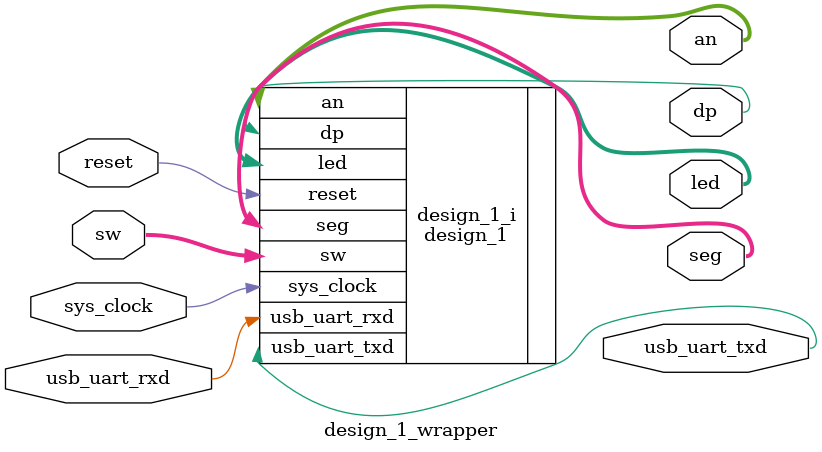
<source format=v>
`timescale 1 ps / 1 ps

module design_1_wrapper
   (an,
    dp,
    led,
    reset,
    seg,
    sw,
    sys_clock,
    usb_uart_rxd,
    usb_uart_txd);
  output [3:0]an;
  output dp;
  output [15:0]led;
  input reset;
  output [6:0]seg;
  input [15:0]sw;
  input sys_clock;
  input usb_uart_rxd;
  output usb_uart_txd;

  wire [3:0]an;
  wire dp;
  wire [15:0]led;
  wire reset;
  wire [6:0]seg;
  wire [15:0]sw;
  wire sys_clock;
  wire usb_uart_rxd;
  wire usb_uart_txd;

  design_1 design_1_i
       (.an(an),
        .dp(dp),
        .led(led),
        .reset(reset),
        .seg(seg),
        .sw(sw),
        .sys_clock(sys_clock),
        .usb_uart_rxd(usb_uart_rxd),
        .usb_uart_txd(usb_uart_txd));
endmodule

</source>
